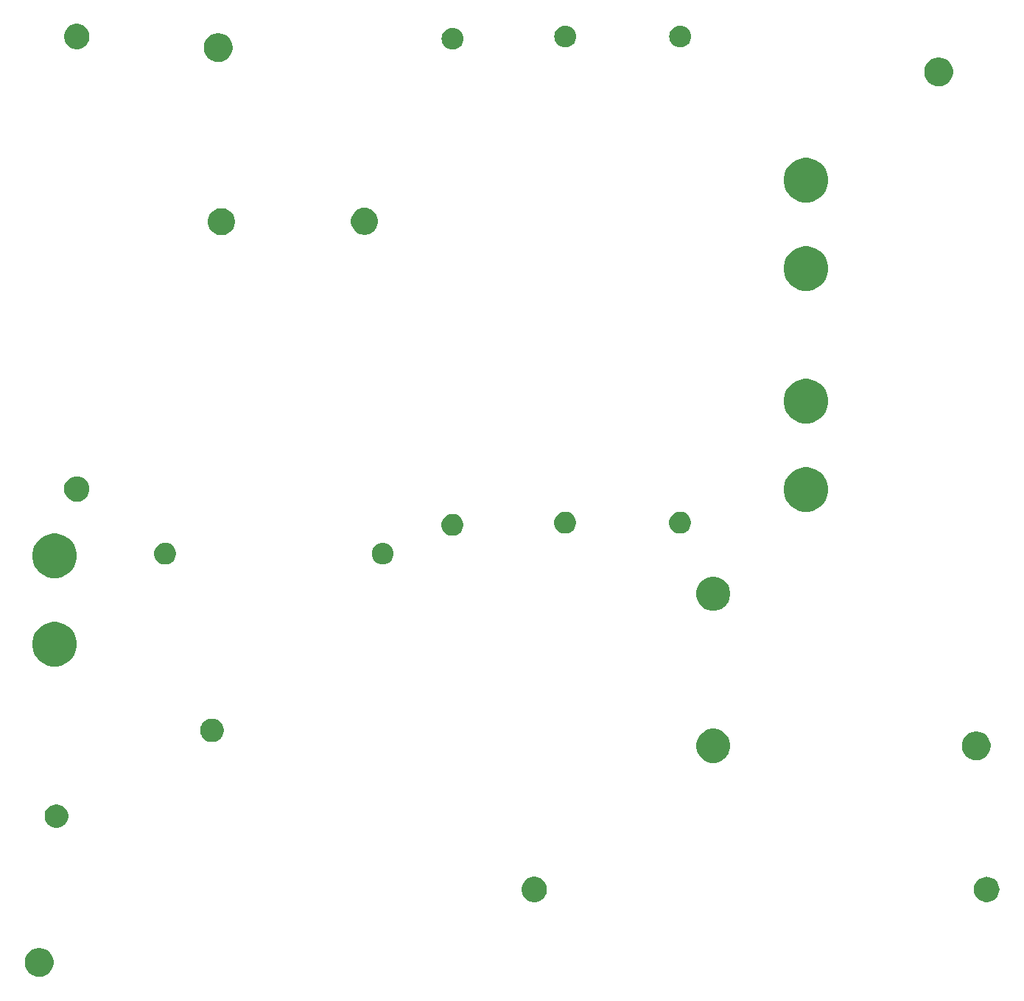
<source format=gbr>
G04 #@! TF.GenerationSoftware,KiCad,Pcbnew,(5.1.4)-1*
G04 #@! TF.CreationDate,2019-10-17T19:09:16-07:00*
G04 #@! TF.ProjectId,amiga crossover,616d6967-6120-4637-926f-73736f766572,0.2*
G04 #@! TF.SameCoordinates,Original*
G04 #@! TF.FileFunction,Soldermask,Top*
G04 #@! TF.FilePolarity,Negative*
%FSLAX46Y46*%
G04 Gerber Fmt 4.6, Leading zero omitted, Abs format (unit mm)*
G04 Created by KiCad (PCBNEW (5.1.4)-1) date 2019-10-17 19:09:16*
%MOMM*%
%LPD*%
G04 APERTURE LIST*
%ADD10C,0.100000*%
G04 APERTURE END LIST*
D10*
G36*
X110357256Y-128947298D02*
G01*
X110463579Y-128968447D01*
X110764042Y-129092903D01*
X111034451Y-129273585D01*
X111264415Y-129503549D01*
X111445097Y-129773958D01*
X111569553Y-130074421D01*
X111633000Y-130393391D01*
X111633000Y-130718609D01*
X111569553Y-131037579D01*
X111445097Y-131338042D01*
X111264415Y-131608451D01*
X111034451Y-131838415D01*
X110764042Y-132019097D01*
X110463579Y-132143553D01*
X110357256Y-132164702D01*
X110144611Y-132207000D01*
X109819389Y-132207000D01*
X109606744Y-132164702D01*
X109500421Y-132143553D01*
X109199958Y-132019097D01*
X108929549Y-131838415D01*
X108699585Y-131608451D01*
X108518903Y-131338042D01*
X108394447Y-131037579D01*
X108331000Y-130718609D01*
X108331000Y-130393391D01*
X108394447Y-130074421D01*
X108518903Y-129773958D01*
X108699585Y-129503549D01*
X108929549Y-129273585D01*
X109199958Y-129092903D01*
X109500421Y-128968447D01*
X109606744Y-128947298D01*
X109819389Y-128905000D01*
X110144611Y-128905000D01*
X110357256Y-128947298D01*
X110357256Y-128947298D01*
G37*
G36*
X219055861Y-120733497D02*
G01*
X219162446Y-120743995D01*
X219435960Y-120826965D01*
X219435963Y-120826966D01*
X219688028Y-120961698D01*
X219688029Y-120961699D01*
X219688033Y-120961701D01*
X219908976Y-121143024D01*
X220090299Y-121363967D01*
X220090301Y-121363971D01*
X220090302Y-121363972D01*
X220225034Y-121616037D01*
X220225035Y-121616040D01*
X220308005Y-121889554D01*
X220336020Y-122174000D01*
X220308005Y-122458446D01*
X220225035Y-122731960D01*
X220225034Y-122731963D01*
X220155899Y-122861305D01*
X220090299Y-122984033D01*
X219908976Y-123204976D01*
X219688033Y-123386299D01*
X219688029Y-123386301D01*
X219688028Y-123386302D01*
X219435963Y-123521034D01*
X219435960Y-123521035D01*
X219162446Y-123604005D01*
X219055861Y-123614503D01*
X218949278Y-123625000D01*
X218806722Y-123625000D01*
X218700139Y-123614503D01*
X218593554Y-123604005D01*
X218320040Y-123521035D01*
X218320037Y-123521034D01*
X218067972Y-123386302D01*
X218067971Y-123386301D01*
X218067967Y-123386299D01*
X217847024Y-123204976D01*
X217665701Y-122984033D01*
X217600101Y-122861305D01*
X217530966Y-122731963D01*
X217530965Y-122731960D01*
X217447995Y-122458446D01*
X217419980Y-122174000D01*
X217447995Y-121889554D01*
X217530965Y-121616040D01*
X217530966Y-121616037D01*
X217665698Y-121363972D01*
X217665699Y-121363971D01*
X217665701Y-121363967D01*
X217847024Y-121143024D01*
X218067967Y-120961701D01*
X218067971Y-120961699D01*
X218067972Y-120961698D01*
X218320037Y-120826966D01*
X218320040Y-120826965D01*
X218593554Y-120743995D01*
X218700139Y-120733497D01*
X218806722Y-120723000D01*
X218949278Y-120723000D01*
X219055861Y-120733497D01*
X219055861Y-120733497D01*
G37*
G36*
X167301241Y-120778760D02*
G01*
X167565305Y-120888139D01*
X167802958Y-121046934D01*
X168005066Y-121249042D01*
X168163861Y-121486695D01*
X168273240Y-121750759D01*
X168329000Y-122031088D01*
X168329000Y-122316912D01*
X168273240Y-122597241D01*
X168163861Y-122861305D01*
X168005066Y-123098958D01*
X167802958Y-123301066D01*
X167565305Y-123459861D01*
X167301241Y-123569240D01*
X167020912Y-123625000D01*
X166735088Y-123625000D01*
X166454759Y-123569240D01*
X166190695Y-123459861D01*
X165953042Y-123301066D01*
X165750934Y-123098958D01*
X165592139Y-122861305D01*
X165482760Y-122597241D01*
X165427000Y-122316912D01*
X165427000Y-122031088D01*
X165482760Y-121750759D01*
X165592139Y-121486695D01*
X165750934Y-121249042D01*
X165953042Y-121046934D01*
X166190695Y-120888139D01*
X166454759Y-120778760D01*
X166735088Y-120723000D01*
X167020912Y-120723000D01*
X167301241Y-120778760D01*
X167301241Y-120778760D01*
G37*
G36*
X112357272Y-112442118D02*
G01*
X112603139Y-112543959D01*
X112824412Y-112691810D01*
X113012590Y-112879988D01*
X113160441Y-113101261D01*
X113262282Y-113347128D01*
X113314200Y-113608138D01*
X113314200Y-113874262D01*
X113262282Y-114135272D01*
X113160441Y-114381139D01*
X113012590Y-114602412D01*
X112824412Y-114790590D01*
X112603139Y-114938441D01*
X112603138Y-114938442D01*
X112603137Y-114938442D01*
X112357272Y-115040282D01*
X112096263Y-115092200D01*
X111830137Y-115092200D01*
X111569128Y-115040282D01*
X111323263Y-114938442D01*
X111323262Y-114938442D01*
X111323261Y-114938441D01*
X111101988Y-114790590D01*
X110913810Y-114602412D01*
X110765959Y-114381139D01*
X110664118Y-114135272D01*
X110612200Y-113874262D01*
X110612200Y-113608138D01*
X110664118Y-113347128D01*
X110765959Y-113101261D01*
X110913810Y-112879988D01*
X111101988Y-112691810D01*
X111323261Y-112543959D01*
X111569128Y-112442118D01*
X111830137Y-112390200D01*
X112096263Y-112390200D01*
X112357272Y-112442118D01*
X112357272Y-112442118D01*
G37*
G36*
X188021085Y-103787975D02*
G01*
X188376143Y-103935045D01*
X188376145Y-103935046D01*
X188695690Y-104148559D01*
X188967441Y-104420310D01*
X189095224Y-104611551D01*
X189180955Y-104739857D01*
X189328025Y-105094915D01*
X189403000Y-105471842D01*
X189403000Y-105856158D01*
X189328025Y-106233085D01*
X189239816Y-106446040D01*
X189180954Y-106588145D01*
X188967441Y-106907690D01*
X188695690Y-107179441D01*
X188376145Y-107392954D01*
X188376144Y-107392955D01*
X188376143Y-107392955D01*
X188021085Y-107540025D01*
X187644158Y-107615000D01*
X187259842Y-107615000D01*
X186882915Y-107540025D01*
X186527857Y-107392955D01*
X186527856Y-107392955D01*
X186527855Y-107392954D01*
X186208310Y-107179441D01*
X185936559Y-106907690D01*
X185723046Y-106588145D01*
X185664184Y-106446040D01*
X185575975Y-106233085D01*
X185501000Y-105856158D01*
X185501000Y-105471842D01*
X185575975Y-105094915D01*
X185723045Y-104739857D01*
X185808776Y-104611551D01*
X185936559Y-104420310D01*
X186208310Y-104148559D01*
X186527855Y-103935046D01*
X186527857Y-103935045D01*
X186882915Y-103787975D01*
X187259842Y-103713000D01*
X187644158Y-103713000D01*
X188021085Y-103787975D01*
X188021085Y-103787975D01*
G37*
G36*
X218053256Y-104055298D02*
G01*
X218159579Y-104076447D01*
X218460042Y-104200903D01*
X218730451Y-104381585D01*
X218960415Y-104611549D01*
X219141097Y-104881958D01*
X219224472Y-105083242D01*
X219265553Y-105182422D01*
X219329000Y-105501389D01*
X219329000Y-105826611D01*
X219286702Y-106039256D01*
X219265553Y-106145579D01*
X219141097Y-106446042D01*
X218960415Y-106716451D01*
X218730451Y-106946415D01*
X218460042Y-107127097D01*
X218159579Y-107251553D01*
X218053256Y-107272702D01*
X217840611Y-107315000D01*
X217515389Y-107315000D01*
X217302744Y-107272702D01*
X217196421Y-107251553D01*
X216895958Y-107127097D01*
X216625549Y-106946415D01*
X216395585Y-106716451D01*
X216214903Y-106446042D01*
X216090447Y-106145579D01*
X216069298Y-106039256D01*
X216027000Y-105826611D01*
X216027000Y-105501389D01*
X216090447Y-105182422D01*
X216131529Y-105083242D01*
X216214903Y-104881958D01*
X216395585Y-104611549D01*
X216625549Y-104381585D01*
X216895958Y-104200903D01*
X217196421Y-104076447D01*
X217302744Y-104055298D01*
X217515389Y-104013000D01*
X217840611Y-104013000D01*
X218053256Y-104055298D01*
X218053256Y-104055298D01*
G37*
G36*
X130238872Y-102586918D02*
G01*
X130484739Y-102688759D01*
X130596128Y-102763187D01*
X130706011Y-102836609D01*
X130894191Y-103024789D01*
X131042042Y-103246063D01*
X131143882Y-103491928D01*
X131195800Y-103752937D01*
X131195800Y-104019063D01*
X131143882Y-104280072D01*
X131042042Y-104525937D01*
X130899105Y-104739857D01*
X130894190Y-104747212D01*
X130706012Y-104935390D01*
X130484739Y-105083241D01*
X130484738Y-105083242D01*
X130484737Y-105083242D01*
X130238872Y-105185082D01*
X129977863Y-105237000D01*
X129711737Y-105237000D01*
X129450728Y-105185082D01*
X129204863Y-105083242D01*
X129204862Y-105083242D01*
X129204861Y-105083241D01*
X128983588Y-104935390D01*
X128795410Y-104747212D01*
X128790496Y-104739857D01*
X128647558Y-104525937D01*
X128545718Y-104280072D01*
X128493800Y-104019063D01*
X128493800Y-103752937D01*
X128545718Y-103491928D01*
X128647558Y-103246063D01*
X128795409Y-103024789D01*
X128983589Y-102836609D01*
X129093472Y-102763187D01*
X129204861Y-102688759D01*
X129450728Y-102586918D01*
X129711737Y-102535000D01*
X129977863Y-102535000D01*
X130238872Y-102586918D01*
X130238872Y-102586918D01*
G37*
G36*
X112504098Y-91527033D02*
G01*
X112968350Y-91719332D01*
X112968352Y-91719333D01*
X113386168Y-91998509D01*
X113741491Y-92353832D01*
X114020667Y-92771648D01*
X114020668Y-92771650D01*
X114212967Y-93235902D01*
X114311000Y-93728747D01*
X114311000Y-94231253D01*
X114212967Y-94724098D01*
X114020668Y-95188350D01*
X114020667Y-95188352D01*
X113741491Y-95606168D01*
X113386168Y-95961491D01*
X112968352Y-96240667D01*
X112968351Y-96240668D01*
X112968350Y-96240668D01*
X112504098Y-96432967D01*
X112011253Y-96531000D01*
X111508747Y-96531000D01*
X111015902Y-96432967D01*
X110551650Y-96240668D01*
X110551649Y-96240668D01*
X110551648Y-96240667D01*
X110133832Y-95961491D01*
X109778509Y-95606168D01*
X109499333Y-95188352D01*
X109499332Y-95188350D01*
X109307033Y-94724098D01*
X109209000Y-94231253D01*
X109209000Y-93728747D01*
X109307033Y-93235902D01*
X109499332Y-92771650D01*
X109499333Y-92771648D01*
X109778509Y-92353832D01*
X110133832Y-91998509D01*
X110551648Y-91719333D01*
X110551650Y-91719332D01*
X111015902Y-91527033D01*
X111508747Y-91429000D01*
X112011253Y-91429000D01*
X112504098Y-91527033D01*
X112504098Y-91527033D01*
G37*
G36*
X188021085Y-86312775D02*
G01*
X188376143Y-86459845D01*
X188376145Y-86459846D01*
X188695690Y-86673359D01*
X188967441Y-86945110D01*
X189180954Y-87264655D01*
X189180955Y-87264657D01*
X189328025Y-87619715D01*
X189403000Y-87996642D01*
X189403000Y-88380958D01*
X189328025Y-88757885D01*
X189180955Y-89112943D01*
X189180954Y-89112945D01*
X188967441Y-89432490D01*
X188695690Y-89704241D01*
X188376145Y-89917754D01*
X188376144Y-89917755D01*
X188376143Y-89917755D01*
X188021085Y-90064825D01*
X187644158Y-90139800D01*
X187259842Y-90139800D01*
X186882915Y-90064825D01*
X186527857Y-89917755D01*
X186527856Y-89917755D01*
X186527855Y-89917754D01*
X186208310Y-89704241D01*
X185936559Y-89432490D01*
X185723046Y-89112945D01*
X185723045Y-89112943D01*
X185575975Y-88757885D01*
X185501000Y-88380958D01*
X185501000Y-87996642D01*
X185575975Y-87619715D01*
X185723045Y-87264657D01*
X185723046Y-87264655D01*
X185936559Y-86945110D01*
X186208310Y-86673359D01*
X186527855Y-86459846D01*
X186527857Y-86459845D01*
X186882915Y-86312775D01*
X187259842Y-86237800D01*
X187644158Y-86237800D01*
X188021085Y-86312775D01*
X188021085Y-86312775D01*
G37*
G36*
X112504098Y-81367033D02*
G01*
X112968350Y-81559332D01*
X112968352Y-81559333D01*
X113386168Y-81838509D01*
X113741491Y-82193832D01*
X114009065Y-82594285D01*
X114020668Y-82611650D01*
X114212967Y-83075902D01*
X114311000Y-83568747D01*
X114311000Y-84071253D01*
X114212967Y-84564098D01*
X114020668Y-85028350D01*
X114020667Y-85028352D01*
X113741491Y-85446168D01*
X113386168Y-85801491D01*
X112968352Y-86080667D01*
X112968351Y-86080668D01*
X112968350Y-86080668D01*
X112504098Y-86272967D01*
X112011253Y-86371000D01*
X111508747Y-86371000D01*
X111015902Y-86272967D01*
X110551650Y-86080668D01*
X110551649Y-86080668D01*
X110551648Y-86080667D01*
X110133832Y-85801491D01*
X109778509Y-85446168D01*
X109499333Y-85028352D01*
X109499332Y-85028350D01*
X109307033Y-84564098D01*
X109209000Y-84071253D01*
X109209000Y-83568747D01*
X109307033Y-83075902D01*
X109499332Y-82611650D01*
X109510935Y-82594285D01*
X109778509Y-82193832D01*
X110133832Y-81838509D01*
X110551648Y-81559333D01*
X110551650Y-81559332D01*
X111015902Y-81367033D01*
X111508747Y-81269000D01*
X112011253Y-81269000D01*
X112504098Y-81367033D01*
X112504098Y-81367033D01*
G37*
G36*
X124824903Y-82363075D02*
G01*
X124925236Y-82404634D01*
X125052571Y-82457378D01*
X125257466Y-82594285D01*
X125431715Y-82768534D01*
X125568622Y-82973429D01*
X125662925Y-83201097D01*
X125711000Y-83442787D01*
X125711000Y-83689213D01*
X125662925Y-83930903D01*
X125568622Y-84158571D01*
X125431715Y-84363466D01*
X125257466Y-84537715D01*
X125052571Y-84674622D01*
X125052570Y-84674623D01*
X125052569Y-84674623D01*
X124824903Y-84768925D01*
X124583214Y-84817000D01*
X124336786Y-84817000D01*
X124095097Y-84768925D01*
X123867431Y-84674623D01*
X123867430Y-84674623D01*
X123867429Y-84674622D01*
X123662534Y-84537715D01*
X123488285Y-84363466D01*
X123351378Y-84158571D01*
X123257075Y-83930903D01*
X123209000Y-83689213D01*
X123209000Y-83442787D01*
X123257075Y-83201097D01*
X123351378Y-82973429D01*
X123488285Y-82768534D01*
X123662534Y-82594285D01*
X123867429Y-82457378D01*
X123994765Y-82404634D01*
X124095097Y-82363075D01*
X124336786Y-82315000D01*
X124583214Y-82315000D01*
X124824903Y-82363075D01*
X124824903Y-82363075D01*
G37*
G36*
X149705239Y-82333101D02*
G01*
X149941053Y-82404634D01*
X150158381Y-82520799D01*
X150348871Y-82677129D01*
X150505201Y-82867619D01*
X150621366Y-83084947D01*
X150692899Y-83320761D01*
X150717053Y-83566000D01*
X150692899Y-83811239D01*
X150621366Y-84047053D01*
X150505201Y-84264381D01*
X150348871Y-84454871D01*
X150158381Y-84611201D01*
X149941053Y-84727366D01*
X149705239Y-84798899D01*
X149521457Y-84817000D01*
X149398543Y-84817000D01*
X149214761Y-84798899D01*
X148978947Y-84727366D01*
X148761619Y-84611201D01*
X148571129Y-84454871D01*
X148414799Y-84264381D01*
X148298634Y-84047053D01*
X148227101Y-83811239D01*
X148202947Y-83566000D01*
X148227101Y-83320761D01*
X148298634Y-83084947D01*
X148414799Y-82867619D01*
X148571129Y-82677129D01*
X148761619Y-82520799D01*
X148978947Y-82404634D01*
X149214761Y-82333101D01*
X149398543Y-82315000D01*
X149521457Y-82315000D01*
X149705239Y-82333101D01*
X149705239Y-82333101D01*
G37*
G36*
X157730325Y-79038284D02*
G01*
X157844903Y-79061075D01*
X158072571Y-79155378D01*
X158277466Y-79292285D01*
X158451715Y-79466534D01*
X158451716Y-79466536D01*
X158588623Y-79671431D01*
X158682925Y-79899097D01*
X158729494Y-80133213D01*
X158731000Y-80140787D01*
X158731000Y-80387213D01*
X158682925Y-80628903D01*
X158588622Y-80856571D01*
X158451715Y-81061466D01*
X158277466Y-81235715D01*
X158072571Y-81372622D01*
X158072570Y-81372623D01*
X158072569Y-81372623D01*
X157844903Y-81466925D01*
X157603214Y-81515000D01*
X157356786Y-81515000D01*
X157115097Y-81466925D01*
X156887431Y-81372623D01*
X156887430Y-81372623D01*
X156887429Y-81372622D01*
X156682534Y-81235715D01*
X156508285Y-81061466D01*
X156371378Y-80856571D01*
X156277075Y-80628903D01*
X156229000Y-80387213D01*
X156229000Y-80140787D01*
X156230507Y-80133213D01*
X156277075Y-79899097D01*
X156371377Y-79671431D01*
X156508284Y-79466536D01*
X156508285Y-79466534D01*
X156682534Y-79292285D01*
X156887429Y-79155378D01*
X157115097Y-79061075D01*
X157229675Y-79038284D01*
X157356786Y-79013000D01*
X157603214Y-79013000D01*
X157730325Y-79038284D01*
X157730325Y-79038284D01*
G37*
G36*
X184006903Y-78807075D02*
G01*
X184234571Y-78901378D01*
X184439466Y-79038285D01*
X184613715Y-79212534D01*
X184613716Y-79212536D01*
X184750623Y-79417431D01*
X184844925Y-79645097D01*
X184893000Y-79886786D01*
X184893000Y-80133214D01*
X184844925Y-80374903D01*
X184750622Y-80602571D01*
X184613715Y-80807466D01*
X184439466Y-80981715D01*
X184234571Y-81118622D01*
X184234570Y-81118623D01*
X184234569Y-81118623D01*
X184006903Y-81212925D01*
X183765214Y-81261000D01*
X183518786Y-81261000D01*
X183277097Y-81212925D01*
X183049431Y-81118623D01*
X183049430Y-81118623D01*
X183049429Y-81118622D01*
X182844534Y-80981715D01*
X182670285Y-80807466D01*
X182533378Y-80602571D01*
X182439075Y-80374903D01*
X182391000Y-80133214D01*
X182391000Y-79886786D01*
X182439075Y-79645097D01*
X182533377Y-79417431D01*
X182670284Y-79212536D01*
X182670285Y-79212534D01*
X182844534Y-79038285D01*
X183049429Y-78901378D01*
X183277097Y-78807075D01*
X183518786Y-78759000D01*
X183765214Y-78759000D01*
X184006903Y-78807075D01*
X184006903Y-78807075D01*
G37*
G36*
X170798903Y-78807075D02*
G01*
X171026571Y-78901378D01*
X171231466Y-79038285D01*
X171405715Y-79212534D01*
X171405716Y-79212536D01*
X171542623Y-79417431D01*
X171636925Y-79645097D01*
X171685000Y-79886786D01*
X171685000Y-80133214D01*
X171636925Y-80374903D01*
X171542622Y-80602571D01*
X171405715Y-80807466D01*
X171231466Y-80981715D01*
X171026571Y-81118622D01*
X171026570Y-81118623D01*
X171026569Y-81118623D01*
X170798903Y-81212925D01*
X170557214Y-81261000D01*
X170310786Y-81261000D01*
X170069097Y-81212925D01*
X169841431Y-81118623D01*
X169841430Y-81118623D01*
X169841429Y-81118622D01*
X169636534Y-80981715D01*
X169462285Y-80807466D01*
X169325378Y-80602571D01*
X169231075Y-80374903D01*
X169183000Y-80133214D01*
X169183000Y-79886786D01*
X169231075Y-79645097D01*
X169325377Y-79417431D01*
X169462284Y-79212536D01*
X169462285Y-79212534D01*
X169636534Y-79038285D01*
X169841429Y-78901378D01*
X170069097Y-78807075D01*
X170310786Y-78759000D01*
X170557214Y-78759000D01*
X170798903Y-78807075D01*
X170798903Y-78807075D01*
G37*
G36*
X198864098Y-73747033D02*
G01*
X199328350Y-73939332D01*
X199328352Y-73939333D01*
X199746168Y-74218509D01*
X200101491Y-74573832D01*
X200241229Y-74782965D01*
X200380668Y-74991650D01*
X200572967Y-75455902D01*
X200671000Y-75948747D01*
X200671000Y-76451253D01*
X200572967Y-76944098D01*
X200483133Y-77160976D01*
X200380667Y-77408352D01*
X200101491Y-77826168D01*
X199746168Y-78181491D01*
X199328352Y-78460667D01*
X199328351Y-78460668D01*
X199328350Y-78460668D01*
X198864098Y-78652967D01*
X198371253Y-78751000D01*
X197868747Y-78751000D01*
X197375902Y-78652967D01*
X196911650Y-78460668D01*
X196911649Y-78460668D01*
X196911648Y-78460667D01*
X196493832Y-78181491D01*
X196138509Y-77826168D01*
X195859333Y-77408352D01*
X195756867Y-77160976D01*
X195667033Y-76944098D01*
X195569000Y-76451253D01*
X195569000Y-75948747D01*
X195667033Y-75455902D01*
X195859332Y-74991650D01*
X195998771Y-74782965D01*
X196138509Y-74573832D01*
X196493832Y-74218509D01*
X196911648Y-73939333D01*
X196911650Y-73939332D01*
X197375902Y-73747033D01*
X197868747Y-73649000D01*
X198371253Y-73649000D01*
X198864098Y-73747033D01*
X198864098Y-73747033D01*
G37*
G36*
X114477861Y-74689498D02*
G01*
X114584446Y-74699995D01*
X114857960Y-74782965D01*
X114857963Y-74782966D01*
X115110028Y-74917698D01*
X115110029Y-74917699D01*
X115110033Y-74917701D01*
X115330976Y-75099024D01*
X115512299Y-75319967D01*
X115512301Y-75319971D01*
X115512302Y-75319972D01*
X115647034Y-75572037D01*
X115647035Y-75572040D01*
X115730005Y-75845554D01*
X115758020Y-76130000D01*
X115730005Y-76414446D01*
X115647035Y-76687960D01*
X115647034Y-76687963D01*
X115512302Y-76940028D01*
X115512299Y-76940033D01*
X115330976Y-77160976D01*
X115110033Y-77342299D01*
X115110029Y-77342301D01*
X115110028Y-77342302D01*
X114857963Y-77477034D01*
X114857960Y-77477035D01*
X114584446Y-77560005D01*
X114477861Y-77570502D01*
X114371278Y-77581000D01*
X114228722Y-77581000D01*
X114122139Y-77570502D01*
X114015554Y-77560005D01*
X113742040Y-77477035D01*
X113742037Y-77477034D01*
X113489972Y-77342302D01*
X113489971Y-77342301D01*
X113489967Y-77342299D01*
X113269024Y-77160976D01*
X113087701Y-76940033D01*
X113087698Y-76940028D01*
X112952966Y-76687963D01*
X112952965Y-76687960D01*
X112869995Y-76414446D01*
X112841980Y-76130000D01*
X112869995Y-75845554D01*
X112952965Y-75572040D01*
X112952966Y-75572037D01*
X113087698Y-75319972D01*
X113087699Y-75319971D01*
X113087701Y-75319967D01*
X113269024Y-75099024D01*
X113489967Y-74917701D01*
X113489971Y-74917699D01*
X113489972Y-74917698D01*
X113742037Y-74782966D01*
X113742040Y-74782965D01*
X114015554Y-74699995D01*
X114122139Y-74689498D01*
X114228722Y-74679000D01*
X114371278Y-74679000D01*
X114477861Y-74689498D01*
X114477861Y-74689498D01*
G37*
G36*
X198864098Y-63587033D02*
G01*
X199328350Y-63779332D01*
X199328352Y-63779333D01*
X199746168Y-64058509D01*
X200101491Y-64413832D01*
X200380667Y-64831648D01*
X200380668Y-64831650D01*
X200572967Y-65295902D01*
X200671000Y-65788747D01*
X200671000Y-66291253D01*
X200572967Y-66784098D01*
X200380668Y-67248350D01*
X200380667Y-67248352D01*
X200101491Y-67666168D01*
X199746168Y-68021491D01*
X199328352Y-68300667D01*
X199328351Y-68300668D01*
X199328350Y-68300668D01*
X198864098Y-68492967D01*
X198371253Y-68591000D01*
X197868747Y-68591000D01*
X197375902Y-68492967D01*
X196911650Y-68300668D01*
X196911649Y-68300668D01*
X196911648Y-68300667D01*
X196493832Y-68021491D01*
X196138509Y-67666168D01*
X195859333Y-67248352D01*
X195859332Y-67248350D01*
X195667033Y-66784098D01*
X195569000Y-66291253D01*
X195569000Y-65788747D01*
X195667033Y-65295902D01*
X195859332Y-64831650D01*
X195859333Y-64831648D01*
X196138509Y-64413832D01*
X196493832Y-64058509D01*
X196911648Y-63779333D01*
X196911650Y-63779332D01*
X197375902Y-63587033D01*
X197868747Y-63489000D01*
X198371253Y-63489000D01*
X198864098Y-63587033D01*
X198864098Y-63587033D01*
G37*
G36*
X198864098Y-48347033D02*
G01*
X199328350Y-48539332D01*
X199328352Y-48539333D01*
X199746168Y-48818509D01*
X200101491Y-49173832D01*
X200380667Y-49591648D01*
X200380668Y-49591650D01*
X200572967Y-50055902D01*
X200671000Y-50548747D01*
X200671000Y-51051253D01*
X200572967Y-51544098D01*
X200380668Y-52008350D01*
X200380667Y-52008352D01*
X200101491Y-52426168D01*
X199746168Y-52781491D01*
X199328352Y-53060667D01*
X199328351Y-53060668D01*
X199328350Y-53060668D01*
X198864098Y-53252967D01*
X198371253Y-53351000D01*
X197868747Y-53351000D01*
X197375902Y-53252967D01*
X196911650Y-53060668D01*
X196911649Y-53060668D01*
X196911648Y-53060667D01*
X196493832Y-52781491D01*
X196138509Y-52426168D01*
X195859333Y-52008352D01*
X195859332Y-52008350D01*
X195667033Y-51544098D01*
X195569000Y-51051253D01*
X195569000Y-50548747D01*
X195667033Y-50055902D01*
X195859332Y-49591650D01*
X195859333Y-49591648D01*
X196138509Y-49173832D01*
X196493832Y-48818509D01*
X196911648Y-48539333D01*
X196911650Y-48539332D01*
X197375902Y-48347033D01*
X197868747Y-48249000D01*
X198371253Y-48249000D01*
X198864098Y-48347033D01*
X198864098Y-48347033D01*
G37*
G36*
X131108621Y-43873004D02*
G01*
X131364010Y-43923804D01*
X131646274Y-44040721D01*
X131900305Y-44210459D01*
X132116341Y-44426495D01*
X132286079Y-44680526D01*
X132402996Y-44962790D01*
X132462600Y-45262440D01*
X132462600Y-45567960D01*
X132402996Y-45867610D01*
X132286079Y-46149874D01*
X132116341Y-46403905D01*
X131900305Y-46619941D01*
X131646274Y-46789679D01*
X131364010Y-46906596D01*
X131319749Y-46915400D01*
X131064361Y-46966200D01*
X130758839Y-46966200D01*
X130503451Y-46915400D01*
X130459190Y-46906596D01*
X130176926Y-46789679D01*
X129922895Y-46619941D01*
X129706859Y-46403905D01*
X129537121Y-46149874D01*
X129420204Y-45867610D01*
X129360600Y-45567960D01*
X129360600Y-45262440D01*
X129420204Y-44962790D01*
X129537121Y-44680526D01*
X129706859Y-44426495D01*
X129922895Y-44210459D01*
X130176926Y-44040721D01*
X130459190Y-43923804D01*
X130714579Y-43873004D01*
X130758839Y-43864200D01*
X131064361Y-43864200D01*
X131108621Y-43873004D01*
X131108621Y-43873004D01*
G37*
G36*
X147673385Y-43843202D02*
G01*
X147823210Y-43873004D01*
X148105474Y-43989921D01*
X148359505Y-44159659D01*
X148575541Y-44375695D01*
X148745279Y-44629726D01*
X148862196Y-44911990D01*
X148921800Y-45211640D01*
X148921800Y-45517160D01*
X148862196Y-45816810D01*
X148745279Y-46099074D01*
X148575541Y-46353105D01*
X148359505Y-46569141D01*
X148105474Y-46738879D01*
X147823210Y-46855796D01*
X147673385Y-46885598D01*
X147523561Y-46915400D01*
X147218039Y-46915400D01*
X147068215Y-46885598D01*
X146918390Y-46855796D01*
X146636126Y-46738879D01*
X146382095Y-46569141D01*
X146166059Y-46353105D01*
X145996321Y-46099074D01*
X145879404Y-45816810D01*
X145819800Y-45517160D01*
X145819800Y-45211640D01*
X145879404Y-44911990D01*
X145996321Y-44629726D01*
X146166059Y-44375695D01*
X146382095Y-44159659D01*
X146636126Y-43989921D01*
X146918390Y-43873004D01*
X147068215Y-43843202D01*
X147218039Y-43813400D01*
X147523561Y-43813400D01*
X147673385Y-43843202D01*
X147673385Y-43843202D01*
G37*
G36*
X198864098Y-38187033D02*
G01*
X199328350Y-38379332D01*
X199328352Y-38379333D01*
X199746168Y-38658509D01*
X200101491Y-39013832D01*
X200380667Y-39431648D01*
X200380668Y-39431650D01*
X200572967Y-39895902D01*
X200671000Y-40388747D01*
X200671000Y-40891253D01*
X200572967Y-41384098D01*
X200380668Y-41848350D01*
X200380667Y-41848352D01*
X200101491Y-42266168D01*
X199746168Y-42621491D01*
X199328352Y-42900667D01*
X199328351Y-42900668D01*
X199328350Y-42900668D01*
X198864098Y-43092967D01*
X198371253Y-43191000D01*
X197868747Y-43191000D01*
X197375902Y-43092967D01*
X196911650Y-42900668D01*
X196911649Y-42900668D01*
X196911648Y-42900667D01*
X196493832Y-42621491D01*
X196138509Y-42266168D01*
X195859333Y-41848352D01*
X195859332Y-41848350D01*
X195667033Y-41384098D01*
X195569000Y-40891253D01*
X195569000Y-40388747D01*
X195667033Y-39895902D01*
X195859332Y-39431650D01*
X195859333Y-39431648D01*
X196138509Y-39013832D01*
X196493832Y-38658509D01*
X196911648Y-38379333D01*
X196911650Y-38379332D01*
X197375902Y-38187033D01*
X197868747Y-38089000D01*
X198371253Y-38089000D01*
X198864098Y-38187033D01*
X198864098Y-38187033D01*
G37*
G36*
X213735256Y-26585298D02*
G01*
X213841579Y-26606447D01*
X214142042Y-26730903D01*
X214412451Y-26911585D01*
X214642415Y-27141549D01*
X214823097Y-27411958D01*
X214947553Y-27712421D01*
X215011000Y-28031391D01*
X215011000Y-28356609D01*
X214947553Y-28675579D01*
X214823097Y-28976042D01*
X214642415Y-29246451D01*
X214412451Y-29476415D01*
X214142042Y-29657097D01*
X213841579Y-29781553D01*
X213735256Y-29802702D01*
X213522611Y-29845000D01*
X213197389Y-29845000D01*
X212984744Y-29802702D01*
X212878421Y-29781553D01*
X212577958Y-29657097D01*
X212307549Y-29476415D01*
X212077585Y-29246451D01*
X211896903Y-28976042D01*
X211772447Y-28675579D01*
X211709000Y-28356609D01*
X211709000Y-28031391D01*
X211772447Y-27712421D01*
X211896903Y-27411958D01*
X212077585Y-27141549D01*
X212307549Y-26911585D01*
X212577958Y-26730903D01*
X212878421Y-26606447D01*
X212984744Y-26585298D01*
X213197389Y-26543000D01*
X213522611Y-26543000D01*
X213735256Y-26585298D01*
X213735256Y-26585298D01*
G37*
G36*
X130931256Y-23791298D02*
G01*
X131037579Y-23812447D01*
X131338042Y-23936903D01*
X131608451Y-24117585D01*
X131838415Y-24347549D01*
X131856917Y-24375239D01*
X132019098Y-24617960D01*
X132143553Y-24918422D01*
X132176167Y-25082380D01*
X132207000Y-25237391D01*
X132207000Y-25562609D01*
X132143553Y-25881579D01*
X132019097Y-26182042D01*
X131838415Y-26452451D01*
X131608451Y-26682415D01*
X131338042Y-26863097D01*
X131037579Y-26987553D01*
X130931256Y-27008702D01*
X130718611Y-27051000D01*
X130393389Y-27051000D01*
X130180744Y-27008702D01*
X130074421Y-26987553D01*
X129773958Y-26863097D01*
X129503549Y-26682415D01*
X129273585Y-26452451D01*
X129092903Y-26182042D01*
X128968447Y-25881579D01*
X128905000Y-25562609D01*
X128905000Y-25237391D01*
X128935834Y-25082380D01*
X128968447Y-24918422D01*
X129092902Y-24617960D01*
X129255083Y-24375239D01*
X129273585Y-24347549D01*
X129503549Y-24117585D01*
X129773958Y-23936903D01*
X130074421Y-23812447D01*
X130180744Y-23791298D01*
X130393389Y-23749000D01*
X130718611Y-23749000D01*
X130931256Y-23791298D01*
X130931256Y-23791298D01*
G37*
G36*
X157725239Y-23151101D02*
G01*
X157961053Y-23222634D01*
X158178381Y-23338799D01*
X158368871Y-23495129D01*
X158525201Y-23685619D01*
X158641366Y-23902947D01*
X158712899Y-24138761D01*
X158737053Y-24384000D01*
X158712899Y-24629239D01*
X158641366Y-24865053D01*
X158525201Y-25082381D01*
X158368871Y-25272871D01*
X158178381Y-25429201D01*
X157961053Y-25545366D01*
X157725239Y-25616899D01*
X157541457Y-25635000D01*
X157418543Y-25635000D01*
X157234761Y-25616899D01*
X156998947Y-25545366D01*
X156781619Y-25429201D01*
X156591129Y-25272871D01*
X156434799Y-25082381D01*
X156318634Y-24865053D01*
X156247101Y-24629239D01*
X156222947Y-24384000D01*
X156247101Y-24138761D01*
X156318634Y-23902947D01*
X156434799Y-23685619D01*
X156591129Y-23495129D01*
X156781619Y-23338799D01*
X156998947Y-23222634D01*
X157234761Y-23151101D01*
X157418543Y-23133000D01*
X157541457Y-23133000D01*
X157725239Y-23151101D01*
X157725239Y-23151101D01*
G37*
G36*
X114723241Y-22734760D02*
G01*
X114987305Y-22844139D01*
X115224958Y-23002934D01*
X115427066Y-23205042D01*
X115585861Y-23442695D01*
X115695240Y-23706759D01*
X115751000Y-23987088D01*
X115751000Y-24272912D01*
X115695240Y-24553241D01*
X115585861Y-24817305D01*
X115427066Y-25054958D01*
X115224958Y-25257066D01*
X114987305Y-25415861D01*
X114723241Y-25525240D01*
X114442912Y-25581000D01*
X114157088Y-25581000D01*
X113876759Y-25525240D01*
X113612695Y-25415861D01*
X113375042Y-25257066D01*
X113172934Y-25054958D01*
X113014139Y-24817305D01*
X112904760Y-24553241D01*
X112849000Y-24272912D01*
X112849000Y-23987088D01*
X112904760Y-23706759D01*
X113014139Y-23442695D01*
X113172934Y-23205042D01*
X113375042Y-23002934D01*
X113612695Y-22844139D01*
X113876759Y-22734760D01*
X114157088Y-22679000D01*
X114442912Y-22679000D01*
X114723241Y-22734760D01*
X114723241Y-22734760D01*
G37*
G36*
X170679239Y-22897101D02*
G01*
X170915053Y-22968634D01*
X171132381Y-23084799D01*
X171322871Y-23241129D01*
X171479201Y-23431619D01*
X171595366Y-23648947D01*
X171666899Y-23884761D01*
X171691053Y-24130000D01*
X171666899Y-24375239D01*
X171595366Y-24611053D01*
X171479201Y-24828381D01*
X171322871Y-25018871D01*
X171132381Y-25175201D01*
X170915053Y-25291366D01*
X170679239Y-25362899D01*
X170495457Y-25381000D01*
X170372543Y-25381000D01*
X170188761Y-25362899D01*
X169952947Y-25291366D01*
X169735619Y-25175201D01*
X169545129Y-25018871D01*
X169388799Y-24828381D01*
X169272634Y-24611053D01*
X169201101Y-24375239D01*
X169176947Y-24130000D01*
X169201101Y-23884761D01*
X169272634Y-23648947D01*
X169388799Y-23431619D01*
X169545129Y-23241129D01*
X169735619Y-23084799D01*
X169952947Y-22968634D01*
X170188761Y-22897101D01*
X170372543Y-22879000D01*
X170495457Y-22879000D01*
X170679239Y-22897101D01*
X170679239Y-22897101D01*
G37*
G36*
X183887239Y-22897101D02*
G01*
X184123053Y-22968634D01*
X184340381Y-23084799D01*
X184530871Y-23241129D01*
X184687201Y-23431619D01*
X184803366Y-23648947D01*
X184874899Y-23884761D01*
X184899053Y-24130000D01*
X184874899Y-24375239D01*
X184803366Y-24611053D01*
X184687201Y-24828381D01*
X184530871Y-25018871D01*
X184340381Y-25175201D01*
X184123053Y-25291366D01*
X183887239Y-25362899D01*
X183703457Y-25381000D01*
X183580543Y-25381000D01*
X183396761Y-25362899D01*
X183160947Y-25291366D01*
X182943619Y-25175201D01*
X182753129Y-25018871D01*
X182596799Y-24828381D01*
X182480634Y-24611053D01*
X182409101Y-24375239D01*
X182384947Y-24130000D01*
X182409101Y-23884761D01*
X182480634Y-23648947D01*
X182596799Y-23431619D01*
X182753129Y-23241129D01*
X182943619Y-23084799D01*
X183160947Y-22968634D01*
X183396761Y-22897101D01*
X183580543Y-22879000D01*
X183703457Y-22879000D01*
X183887239Y-22897101D01*
X183887239Y-22897101D01*
G37*
M02*

</source>
